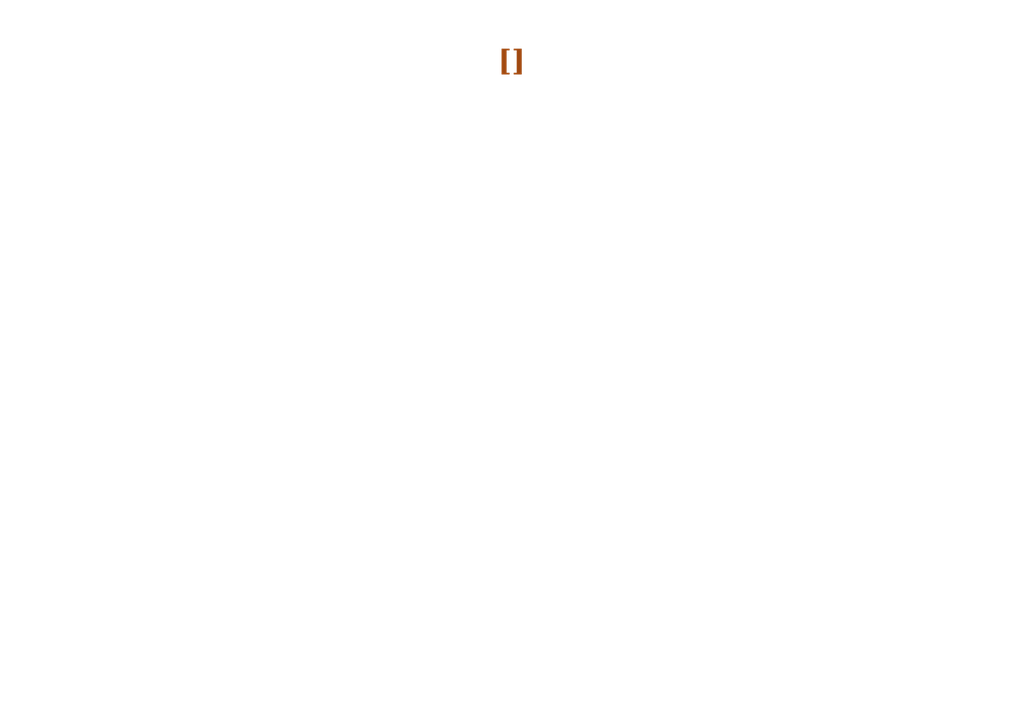
<source format=kicad_sch>
(kicad_sch
	(version 20231120)
	(generator "eeschema")
	(generator_version "8.0")
	(uuid "4c364b78-a6f0-47a3-aafd-0cf7402d7f69")
	(paper "A4")
	(title_block
		(title "Cell_Sentinel")
		(date "2024-11-05")
		(rev "1.0.0")
	)
	(lib_symbols)
	(text "[${#}] ${SHEETNAME}"
		(exclude_from_sim no)
		(at 149.86 19.812 0)
		(effects
			(font
				(face "Times New Roman")
				(size 6 6)
				(thickness 1.6)
				(bold yes)
				(color 159 72 15 1)
			)
		)
		(uuid "7ea3db68-59a4-4419-90e5-3cbed9586400")
	)
)

</source>
